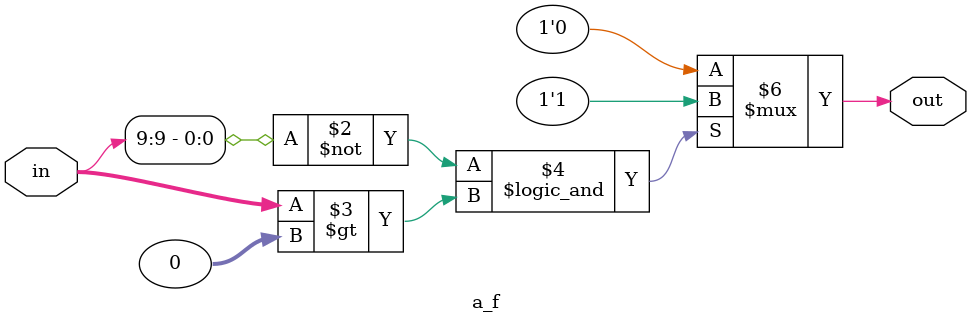
<source format=v>
`timescale 1ns / 1ps
module a_f(in, out);
input[9:0] in;
output reg out;
always @(in)
begin
if((in[9]== 0)&&(in>0)) out = 1'b1;
else 
out = 1'b0;
end
endmodule
</source>
